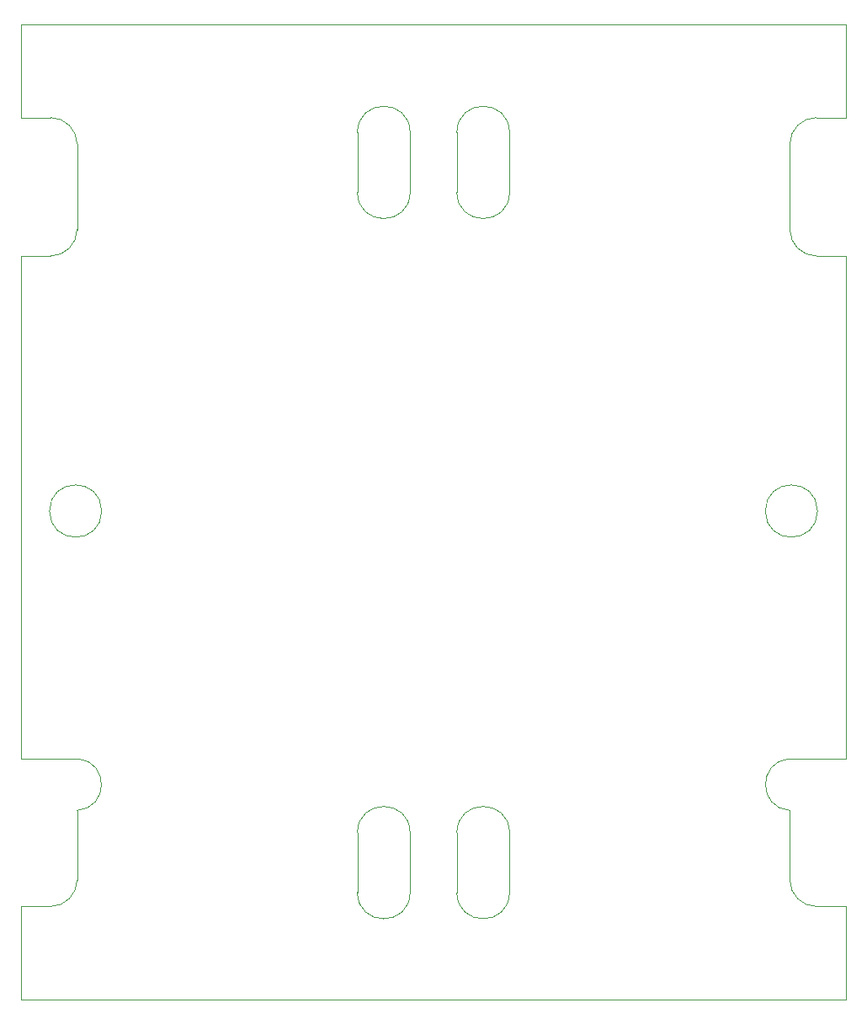
<source format=gbr>
%TF.GenerationSoftware,KiCad,Pcbnew,(6.0.7)*%
%TF.CreationDate,2023-01-31T02:47:43-08:00*%
%TF.ProjectId,solar-panel-NoCutout,736f6c61-722d-4706-916e-656c2d4e6f43,2.0*%
%TF.SameCoordinates,Original*%
%TF.FileFunction,Profile,NP*%
%FSLAX46Y46*%
G04 Gerber Fmt 4.6, Leading zero omitted, Abs format (unit mm)*
G04 Created by KiCad (PCBNEW (6.0.7)) date 2023-01-31 02:47:43*
%MOMM*%
%LPD*%
G01*
G04 APERTURE LIST*
%TA.AperFunction,Profile*%
%ADD10C,0.050000*%
%TD*%
G04 APERTURE END LIST*
D10*
X136850000Y-153000000D02*
X136850000Y-147000000D01*
X142150000Y-153000000D02*
X142150000Y-147000000D01*
X146850000Y-147000000D02*
X146850000Y-153000000D01*
X152150000Y-153000000D02*
X152150000Y-147000000D01*
X142150000Y-76600000D02*
X142150000Y-82600000D01*
X136850000Y-76600000D02*
X136850000Y-82600000D01*
X146850000Y-76600000D02*
X146850000Y-82600000D01*
X152150000Y-76600000D02*
X152150000Y-82600000D01*
X186000000Y-65750000D02*
X103000000Y-65750000D01*
X183125000Y-114650000D02*
G75*
G03*
X183125000Y-114650000I-2625000J0D01*
G01*
X108744606Y-139557190D02*
X103000000Y-139557190D01*
X180249992Y-139557104D02*
G75*
G03*
X180350001Y-144749999I250008J-2592596D01*
G01*
X186000000Y-163750000D02*
X186000000Y-156450000D01*
X186000000Y-73100000D02*
X186000000Y-65750000D01*
X106000000Y-75100000D02*
X103000000Y-75100000D01*
X108650000Y-77750000D02*
G75*
G03*
X106000000Y-75100000I-2650000J0D01*
G01*
X106000000Y-89000000D02*
G75*
G03*
X108650000Y-86350000I0J2650000D01*
G01*
X106000000Y-89000000D02*
X103000000Y-89000000D01*
X108650000Y-77750000D02*
X108650000Y-86350000D01*
X183000000Y-75100000D02*
G75*
G03*
X180350000Y-77750000I0J-2650000D01*
G01*
X180350000Y-86350000D02*
G75*
G03*
X183000000Y-89000000I2650000J0D01*
G01*
X183000000Y-75100000D02*
X186000000Y-75100000D01*
X180350000Y-77750000D02*
X180350000Y-86350000D01*
X183000000Y-89000000D02*
X186000000Y-89000000D01*
X103000000Y-65750000D02*
X103000000Y-75100000D01*
X103000000Y-89000000D02*
X103000000Y-139557190D01*
X103000000Y-154400000D02*
X103000000Y-163750000D01*
X186000000Y-156450000D02*
X186000000Y-154400000D01*
X186000000Y-75100000D02*
X186000000Y-73100000D01*
X185994606Y-139557190D02*
X180250000Y-139557190D01*
X136850000Y-82600000D02*
G75*
G03*
X142150000Y-82600000I2650000J0D01*
G01*
X108649999Y-144750000D02*
G75*
G03*
X108744606Y-139557190I-149999J2600000D01*
G01*
X108650000Y-151750000D02*
X108650000Y-144750000D01*
X152150000Y-76600000D02*
G75*
G03*
X146850000Y-76600000I-2650000J0D01*
G01*
X142150000Y-76600000D02*
G75*
G03*
X136850000Y-76600000I-2650000J0D01*
G01*
X103000000Y-163750000D02*
X186000000Y-163750000D01*
X142150000Y-147000000D02*
G75*
G03*
X136850000Y-147000000I-2650000J0D01*
G01*
X180350000Y-151750000D02*
X180350000Y-144750000D01*
X106000000Y-154400000D02*
X103000000Y-154400000D01*
X136850000Y-153000000D02*
G75*
G03*
X142150000Y-153000000I2650000J0D01*
G01*
X152150000Y-147000000D02*
G75*
G03*
X146850000Y-147000000I-2650000J0D01*
G01*
X106000000Y-154400000D02*
G75*
G03*
X108650000Y-151750000I0J2650000D01*
G01*
X180350000Y-151750000D02*
G75*
G03*
X183000000Y-154400000I2650000J0D01*
G01*
X146850000Y-153000000D02*
G75*
G03*
X152150000Y-153000000I2650000J0D01*
G01*
X183000000Y-154400000D02*
X186000000Y-154400000D01*
X186000000Y-89000000D02*
X185994606Y-139557190D01*
X146850000Y-82600000D02*
G75*
G03*
X152150000Y-82600000I2650000J0D01*
G01*
X111125000Y-114650000D02*
G75*
G03*
X111125000Y-114650000I-2625000J0D01*
G01*
M02*

</source>
